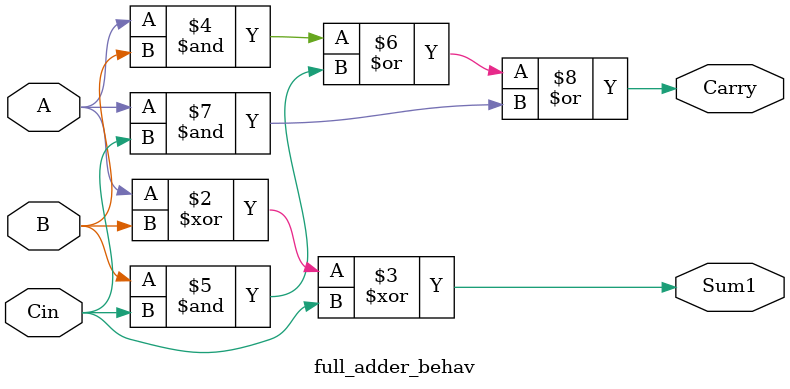
<source format=v>
module full_adder_behav(Sum1, Carry, A, B, Cin);
input A, B, Cin;
output Sum1, Carry;
reg Sum1, Carry;
always @ (A, B, Cin)
begin
	Sum1 = A ^ B ^ Cin;
	Carry = (A & B) | (B & Cin) | (A & Cin);
end
endmodule 
</source>
